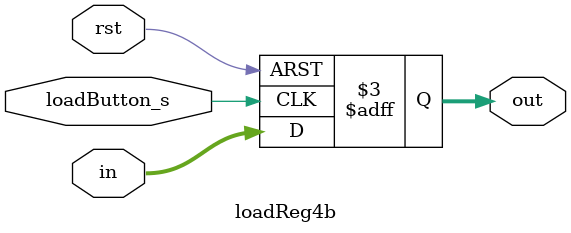
<source format=v>
module loadReg4b(rst, loadButton_s, in, out);
	input rst, loadButton_s;
	input[3:0] in;
	output reg[3:0] out;

	always @ (posedge loadButton_s, negedge rst)	begin
		if(~rst)	begin
			out = 4'd0;
		end
		else	begin
			out = in;
		end
	end
endmodule

</source>
